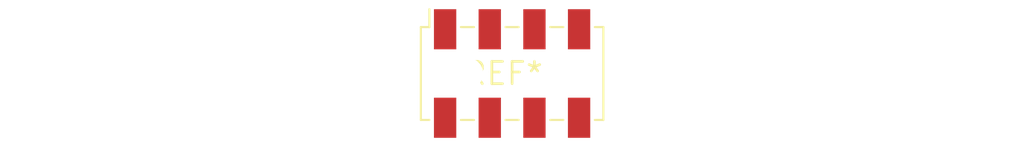
<source format=kicad_pcb>
(kicad_pcb (version 20240108) (generator pcbnew)
  (layers (0 "F.Cu" signal) (31 "B.Cu" signal) (34 "B.Paste" user) (35 "F.Paste" user) (36 "B.SilkS" user "B.Silkscreen") (37 "F.SilkS" user "F.Silkscreen") (38 "B.Mask" user) (39 "F.Mask" user) (44 "Edge.Cuts" user))
  (net 0 "")
  (footprint "Samtec_HLE-104-02-xxx-DV-A_2x04_P2.54mm_Horizontal" (layer "F.Cu") (at 0 0)
    (property "Reference" "REF**")
    (property "Value" "Samtec_HLE-104-02-xxx-DV-A_2x04_P2.54mm_Horizontal")
    (fp_line (start -5.19 -2.65) (end -5.19 2.65) (layer "F.SilkS") (stroke (width 0.12)))
    (fp_line (start -5.19 2.65) (end -4.705 2.65) (layer "F.SilkS") (stroke (width 0.12)))
    (fp_line (start -4.705 -3.67) (end -4.705 -2.65) (layer "F.SilkS") (stroke (width 0.12)))
    (fp_line (start -4.705 -2.65) (end -5.19 -2.65) (layer "F.SilkS") (stroke (width 0.12)))
    (fp_line (start -2.915 -2.65) (end -2.165 -2.65) (layer "F.SilkS") (stroke (width 0.12)))
    (fp_line (start -2.915 2.65) (end -2.165 2.65) (layer "F.SilkS") (stroke (width 0.12)))
    (fp_line (start -0.375 -2.65) (end 0.375 -2.65) (layer "F.SilkS") (stroke (width 0.12)))
    (fp_line (start -0.375 2.65) (end 0.375 2.65) (layer "F.SilkS") (stroke (width 0.12)))
    (fp_line (start 2.165 -2.65) (end 2.915 -2.65) (layer "F.SilkS") (stroke (width 0.12)))
    (fp_line (start 2.165 2.65) (end 2.915 2.65) (layer "F.SilkS") (stroke (width 0.12)))
    (fp_line (start 4.705 -2.65) (end 5.19 -2.65) (layer "F.SilkS") (stroke (width 0.12)))
    (fp_line (start 5.19 -2.65) (end 5.19 2.65) (layer "F.SilkS") (stroke (width 0.12)))
    (fp_line (start 5.19 2.65) (end 4.705 2.65) (layer "F.SilkS") (stroke (width 0.12)))
    (pad "" np_thru_hole circle (at -2.54 0) (size 1.78 1.78) (drill 1.78) (layers *.Cu *.Mask))
    (pad "" np_thru_hole circle (at 2.54 0) (size 1.78 1.78) (drill 1.78) (layers *.Cu *.Mask))
    (pad "1" smd rect (at -3.81 -2.525) (size 1.27 2.29) (layers "F.Cu" "F.Paste" "F.Mask"))
    (pad "2" smd rect (at -3.81 2.525) (size 1.27 2.29) (layers "F.Cu" "F.Paste" "F.Mask"))
    (pad "3" smd rect (at -1.27 -2.525) (size 1.27 2.29) (layers "F.Cu" "F.Paste" "F.Mask"))
    (pad "4" smd rect (at -1.27 2.525) (size 1.27 2.29) (layers "F.Cu" "F.Paste" "F.Mask"))
    (pad "5" smd rect (at 1.27 -2.525) (size 1.27 2.29) (layers "F.Cu" "F.Paste" "F.Mask"))
    (pad "6" smd rect (at 1.27 2.525) (size 1.27 2.29) (layers "F.Cu" "F.Paste" "F.Mask"))
    (pad "7" smd rect (at 3.81 -2.525) (size 1.27 2.29) (layers "F.Cu" "F.Paste" "F.Mask"))
    (pad "8" smd rect (at 3.81 2.525) (size 1.27 2.29) (layers "F.Cu" "F.Paste" "F.Mask"))
  )
)
</source>
